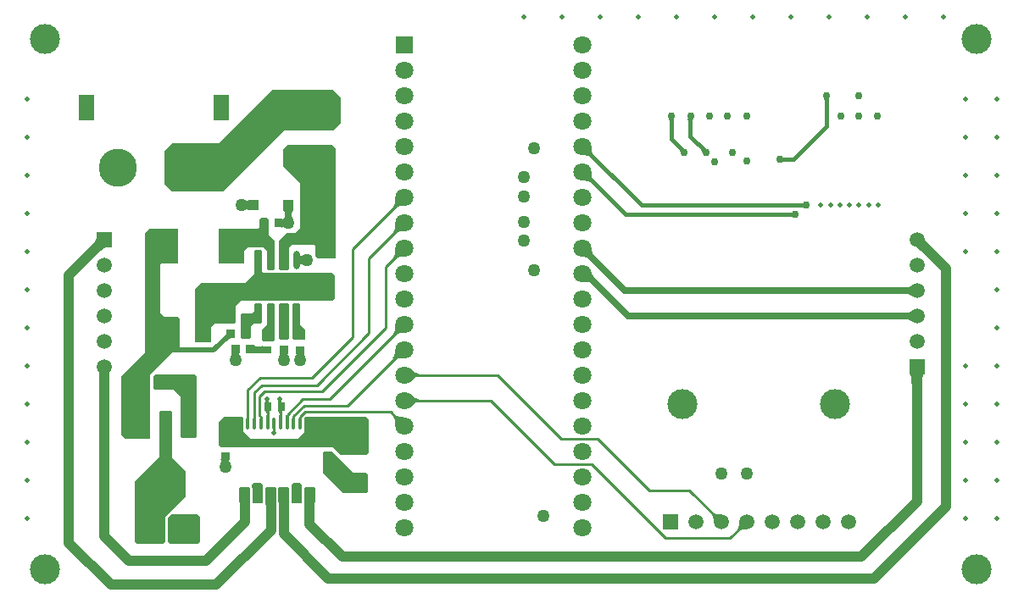
<source format=gtl>
G04*
G04 #@! TF.GenerationSoftware,Altium Limited,Altium Designer,22.11.1 (43)*
G04*
G04 Layer_Physical_Order=1*
G04 Layer_Color=255*
%FSLAX44Y44*%
%MOMM*%
G71*
G04*
G04 #@! TF.SameCoordinates,30CB15ED-5B5F-4030-944F-8374E8F7CEFA*
G04*
G04*
G04 #@! TF.FilePolarity,Positive*
G04*
G01*
G75*
%ADD11C,0.2540*%
%ADD14O,0.3080X1.3240*%
%ADD15R,0.8640X0.8065*%
%ADD16R,0.9000X0.8000*%
%ADD17R,2.3760X1.9000*%
%ADD18R,2.8000X1.1000*%
%ADD19R,1.1000X2.5000*%
%ADD20R,3.6000X2.3400*%
%ADD21R,2.4240X3.4200*%
%ADD22R,0.8065X0.8640*%
%ADD23R,1.4850X1.7280*%
%ADD24R,0.8000X0.9000*%
%ADD25R,3.1000X2.2000*%
%ADD26O,0.6300X1.8650*%
%ADD27R,1.1000X1.0000*%
%ADD28R,1.7280X1.4850*%
%ADD46C,0.6350*%
%ADD47C,1.0160*%
%ADD48C,0.3810*%
%ADD49C,0.5080*%
G04:AMPARAMS|DCode=50|XSize=2mm|YSize=5mm|CornerRadius=0.25mm|HoleSize=0mm|Usage=FLASHONLY|Rotation=90.000|XOffset=0mm|YOffset=0mm|HoleType=Round|Shape=RoundedRectangle|*
%AMROUNDEDRECTD50*
21,1,2.0000,4.5000,0,0,90.0*
21,1,1.5000,5.0000,0,0,90.0*
1,1,0.5000,2.2500,0.7500*
1,1,0.5000,2.2500,-0.7500*
1,1,0.5000,-2.2500,-0.7500*
1,1,0.5000,-2.2500,0.7500*
%
%ADD50ROUNDEDRECTD50*%
%ADD51R,1.5000X1.5000*%
%ADD52C,1.5000*%
%ADD53C,1.8000*%
%ADD54R,1.8009X1.8009*%
%ADD55C,3.8000*%
%ADD56R,1.6000X2.6000*%
%ADD57R,1.5000X1.5000*%
%ADD58C,0.5080*%
%ADD59C,3.0000*%
%ADD60C,0.7620*%
%ADD61C,1.2700*%
%ADD62C,1.0160*%
G36*
X-157498Y304926D02*
X-157627Y304736D01*
X-157742Y304518D01*
X-157841Y304272D01*
X-157924Y304000D01*
X-157993Y303699D01*
X-158046Y303372D01*
X-158084Y303017D01*
X-158115Y302224D01*
X-161925D01*
X-161933Y302634D01*
X-161994Y303372D01*
X-162047Y303699D01*
X-162115Y304000D01*
X-162199Y304272D01*
X-162298Y304518D01*
X-162413Y304736D01*
X-162542Y304926D01*
X-162687Y305089D01*
X-157353D01*
X-157498Y304926D01*
D02*
G37*
G36*
X-312438Y284606D02*
X-312567Y284415D01*
X-312682Y284198D01*
X-312781Y283952D01*
X-312864Y283680D01*
X-312933Y283379D01*
X-312986Y283052D01*
X-313025Y282697D01*
X-313055Y281904D01*
X-316865D01*
X-316873Y282314D01*
X-316934Y283052D01*
X-316987Y283379D01*
X-317055Y283680D01*
X-317139Y283952D01*
X-317238Y284198D01*
X-317353Y284415D01*
X-317482Y284606D01*
X-317627Y284769D01*
X-312293D01*
X-312438Y284606D01*
D02*
G37*
G36*
X-293656Y284418D02*
X-293825Y284273D01*
X-293977Y284098D01*
X-294110Y283895D01*
X-294226Y283661D01*
X-294324Y283399D01*
X-294404Y283107D01*
X-294466Y282786D01*
X-294510Y282435D01*
X-294537Y282056D01*
X-294546Y281646D01*
X-298356Y282283D01*
X-298362Y282696D01*
X-298449Y283770D01*
X-298501Y284073D01*
X-298565Y284348D01*
X-298640Y284596D01*
X-298727Y284817D01*
X-298826Y285010D01*
X-298936Y285175D01*
X-293656Y284418D01*
D02*
G37*
G36*
X-304398Y256771D02*
X-303575Y256076D01*
X-303323Y255900D01*
X-303081Y255752D01*
X-302850Y255632D01*
X-302630Y255540D01*
X-302420Y255475D01*
X-302221Y255439D01*
X-306439Y252173D01*
X-306425Y252395D01*
X-306445Y252626D01*
X-306497Y252865D01*
X-306583Y253111D01*
X-306701Y253366D01*
X-306852Y253629D01*
X-307036Y253901D01*
X-307253Y254180D01*
X-307504Y254467D01*
X-307787Y254763D01*
X-304694Y257058D01*
X-304398Y256771D01*
D02*
G37*
G36*
X-282550Y256513D02*
X-281989Y256025D01*
X-281724Y255824D01*
X-281468Y255651D01*
X-281223Y255506D01*
X-280988Y255390D01*
X-280763Y255301D01*
X-280548Y255242D01*
X-280343Y255210D01*
X-284459Y251817D01*
X-284452Y252039D01*
X-284477Y252270D01*
X-284534Y252508D01*
X-284624Y252755D01*
X-284746Y253010D01*
X-284900Y253273D01*
X-285087Y253544D01*
X-285306Y253823D01*
X-285557Y254110D01*
X-285840Y254406D01*
X-282846Y256800D01*
X-282550Y256513D01*
D02*
G37*
G36*
X-394848Y256526D02*
X-394672Y254361D01*
X-394508Y253390D01*
X-394295Y252493D01*
X-394031Y251670D01*
X-393717Y250921D01*
X-393353Y250246D01*
X-392939Y249645D01*
X-392475Y249119D01*
X-395169Y246425D01*
X-395695Y246889D01*
X-396296Y247303D01*
X-396971Y247667D01*
X-397720Y247981D01*
X-398543Y248245D01*
X-399440Y248458D01*
X-400411Y248622D01*
X-401457Y248735D01*
X-403770Y248810D01*
X-394860Y257720D01*
X-394848Y256526D01*
D02*
G37*
G36*
X-204126Y246832D02*
X-203936Y246703D01*
X-203718Y246588D01*
X-203472Y246489D01*
X-203200Y246406D01*
X-202899Y246337D01*
X-202572Y246284D01*
X-202217Y246245D01*
X-201424Y246215D01*
Y242405D01*
X-201834Y242397D01*
X-202572Y242336D01*
X-202899Y242283D01*
X-203200Y242215D01*
X-203472Y242131D01*
X-203718Y242032D01*
X-203936Y241917D01*
X-204126Y241788D01*
X-204289Y241643D01*
Y246977D01*
X-204126Y246832D01*
D02*
G37*
G36*
X-394848Y231126D02*
X-394672Y228961D01*
X-394508Y227990D01*
X-394295Y227093D01*
X-394031Y226270D01*
X-393717Y225521D01*
X-393353Y224846D01*
X-392939Y224245D01*
X-392475Y223719D01*
X-395169Y221025D01*
X-395695Y221489D01*
X-396296Y221903D01*
X-396971Y222267D01*
X-397720Y222581D01*
X-398543Y222845D01*
X-399440Y223058D01*
X-400411Y223222D01*
X-401457Y223335D01*
X-403770Y223410D01*
X-394860Y232320D01*
X-394848Y231126D01*
D02*
G37*
G36*
X-645160Y306540D02*
Y281140D01*
X-652780Y273520D01*
X-702310D01*
X-763270Y212560D01*
X-814070D01*
X-821690Y220180D01*
Y253200D01*
X-814070Y260820D01*
X-767080D01*
X-713776Y314124D01*
X-652744D01*
X-645160Y306540D01*
D02*
G37*
G36*
X-737829Y202572D02*
X-737641Y202509D01*
X-737146Y202385D01*
X-736605Y202289D01*
X-736016Y202220D01*
X-734698Y202165D01*
X-735162Y195815D01*
X-735847Y195804D01*
X-737081Y195712D01*
X-737630Y195632D01*
X-737829Y195591D01*
Y193620D01*
X-737889Y194037D01*
X-738069Y194410D01*
X-738368Y194740D01*
X-738788Y195025D01*
X-739148Y195186D01*
X-739374Y195081D01*
X-739697Y194886D01*
X-739974Y194668D01*
X-739925Y195446D01*
X-739986Y195464D01*
X-740765Y195618D01*
X-741663Y195727D01*
X-742682Y195793D01*
X-743820Y195815D01*
Y202165D01*
X-742682Y202179D01*
X-739986Y202388D01*
X-739481Y202484D01*
X-739414Y203540D01*
X-739153Y203279D01*
X-738845Y203045D01*
X-738491Y202839D01*
X-738441Y202817D01*
X-738368Y202848D01*
X-738069Y203057D01*
X-737889Y203295D01*
X-737829Y203559D01*
Y202572D01*
D02*
G37*
G36*
X-581750Y198010D02*
X-583109Y198003D01*
X-585530Y197859D01*
X-586592Y197722D01*
X-587554Y197541D01*
X-588418Y197318D01*
X-589182Y197052D01*
X-589847Y196742D01*
X-590414Y196389D01*
X-590881Y195993D01*
X-592677Y197789D01*
X-592281Y198256D01*
X-591928Y198823D01*
X-591618Y199488D01*
X-591352Y200252D01*
X-591129Y201116D01*
X-590948Y202078D01*
X-590812Y203140D01*
X-590667Y205561D01*
X-590660Y206920D01*
X-581750Y198010D01*
D02*
G37*
G36*
X-183061Y195923D02*
X-183224Y196068D01*
X-183414Y196197D01*
X-183632Y196312D01*
X-183878Y196411D01*
X-184151Y196495D01*
X-184451Y196563D01*
X-184778Y196616D01*
X-185133Y196654D01*
X-185926Y196685D01*
Y200495D01*
X-185516Y200503D01*
X-184778Y200564D01*
X-184451Y200617D01*
X-184151Y200686D01*
X-183878Y200769D01*
X-183632Y200868D01*
X-183414Y200983D01*
X-183224Y201112D01*
X-183061Y201257D01*
Y195923D01*
D02*
G37*
G36*
X-193963Y186588D02*
X-194126Y186733D01*
X-194317Y186862D01*
X-194535Y186977D01*
X-194780Y187076D01*
X-195053Y187160D01*
X-195353Y187228D01*
X-195681Y187281D01*
X-196036Y187320D01*
X-196828Y187350D01*
Y191160D01*
X-196418Y191168D01*
X-195681Y191229D01*
X-195353Y191282D01*
X-195053Y191350D01*
X-194780Y191434D01*
X-194535Y191533D01*
X-194317Y191648D01*
X-194126Y191777D01*
X-193963Y191922D01*
Y186588D01*
D02*
G37*
G36*
X-692586Y193557D02*
X-692940Y193367D01*
X-693251Y193049D01*
X-693522Y192605D01*
X-693751Y192033D01*
X-693938Y191334D01*
X-694083Y190509D01*
X-694187Y189557D01*
X-694206Y189031D01*
X-694156Y188422D01*
X-694067Y187876D01*
X-693953Y187376D01*
X-693813Y186922D01*
X-693648Y186513D01*
X-693457Y186149D01*
X-693242Y185832D01*
X-693000Y185560D01*
X-701890D01*
X-701649Y185832D01*
X-701433Y186149D01*
X-701243Y186513D01*
X-701077Y186922D01*
X-700938Y187376D01*
X-700824Y187876D01*
X-700735Y188422D01*
X-700685Y188881D01*
X-700846Y190509D01*
X-701022Y191334D01*
X-701248Y192033D01*
X-701524Y192605D01*
X-701850Y193049D01*
X-702226Y193367D01*
X-702653Y193557D01*
X-703130Y193620D01*
X-692191D01*
X-692586Y193557D01*
D02*
G37*
G36*
X-702037Y184326D02*
X-701754Y184282D01*
X-699976Y184140D01*
X-697690Y184093D01*
Y177743D01*
X-698897Y177729D01*
X-701754Y177518D01*
X-701921Y177488D01*
X-701904Y176504D01*
X-702178Y176739D01*
X-702497Y176950D01*
X-702862Y177136D01*
X-703072Y177218D01*
X-703469Y177056D01*
X-703786Y176845D01*
X-703977Y176607D01*
X-704040Y176341D01*
Y177502D01*
X-704230Y177544D01*
X-704777Y177631D01*
X-705370Y177693D01*
X-706691Y177743D01*
X-706815Y184093D01*
X-706133Y184106D01*
X-704905Y184210D01*
X-704360Y184301D01*
X-704040Y184376D01*
Y185280D01*
X-703977Y185054D01*
X-703786Y184852D01*
X-703469Y184674D01*
X-703287Y184611D01*
X-703001Y184730D01*
X-702639Y184925D01*
X-702324Y185146D01*
X-702055Y185393D01*
X-702037Y184326D01*
D02*
G37*
G36*
X-650240Y255270D02*
Y146520D01*
X-651510Y145250D01*
X-668020D01*
X-670560Y147790D01*
Y157950D01*
X-671830Y159220D01*
X-694690D01*
X-697230Y156680D01*
X-697230Y135090D01*
X-698500Y133820D01*
X-706120Y133820D01*
X-707390Y135090D01*
Y163030D01*
X-699770Y170650D01*
X-690880Y170650D01*
X-685734Y175796D01*
Y220914D01*
X-702486Y237666D01*
Y255094D01*
X-698500Y259080D01*
X-654050D01*
X-650240Y255270D01*
D02*
G37*
G36*
X-581750Y172610D02*
X-583109Y172603D01*
X-585530Y172458D01*
X-586592Y172321D01*
X-587554Y172141D01*
X-588418Y171918D01*
X-589182Y171652D01*
X-589847Y171342D01*
X-590414Y170989D01*
X-590881Y170593D01*
X-592677Y172389D01*
X-592281Y172856D01*
X-591928Y173423D01*
X-591618Y174088D01*
X-591352Y174852D01*
X-591129Y175716D01*
X-590948Y176678D01*
X-590812Y177740D01*
X-590667Y180161D01*
X-590660Y181520D01*
X-581750Y172610D01*
D02*
G37*
G36*
X-874481Y156831D02*
X-875271Y157405D01*
X-876205Y157693D01*
X-877283D01*
X-878504Y157405D01*
X-879869Y156831D01*
X-881378Y155968D01*
X-883030Y154819D01*
X-884826Y153382D01*
X-888849Y149646D01*
X-896034Y156831D01*
X-894022Y158914D01*
X-890861Y162650D01*
X-889712Y164302D01*
X-888849Y165811D01*
X-888275Y167176D01*
X-887987Y168397D01*
Y169475D01*
X-888275Y170409D01*
X-888849Y171199D01*
X-874481Y156831D01*
D02*
G37*
G36*
X-62319Y164148D02*
X-62224Y164012D01*
X-62066Y163818D01*
X-61208Y162881D01*
X-59174Y160809D01*
X-66359Y153624D01*
X-69775Y156800D01*
X-62350Y164225D01*
X-62319Y164148D01*
D02*
G37*
G36*
X-581750Y147210D02*
X-583109Y147203D01*
X-585530Y147058D01*
X-586592Y146922D01*
X-587554Y146741D01*
X-588418Y146518D01*
X-589182Y146252D01*
X-589847Y145942D01*
X-590414Y145589D01*
X-590881Y145193D01*
X-592677Y146989D01*
X-592281Y147456D01*
X-591928Y148023D01*
X-591618Y148688D01*
X-591352Y149452D01*
X-591129Y150316D01*
X-590948Y151278D01*
X-590812Y152340D01*
X-590667Y154761D01*
X-590660Y156120D01*
X-581750Y147210D01*
D02*
G37*
G36*
X-394838Y155258D02*
X-394754Y154422D01*
X-394607Y153613D01*
X-394398Y152830D01*
X-394128Y152073D01*
X-393795Y151342D01*
X-393400Y150638D01*
X-392943Y149959D01*
X-392423Y149307D01*
X-391842Y148682D01*
X-396332Y144192D01*
X-396958Y144773D01*
X-397609Y145293D01*
X-398288Y145750D01*
X-398992Y146145D01*
X-399723Y146478D01*
X-400480Y146749D01*
X-401263Y146957D01*
X-402072Y147104D01*
X-402908Y147188D01*
X-403770Y147210D01*
X-394860Y156120D01*
X-394838Y155258D01*
D02*
G37*
G36*
X-686444Y149801D02*
X-686253Y149262D01*
X-685933Y148786D01*
X-685486Y148374D01*
X-684911Y148025D01*
X-684688Y147935D01*
X-684536Y148013D01*
X-684224Y148220D01*
X-683959Y148452D01*
X-683968Y147676D01*
X-683376Y147518D01*
X-682417Y147359D01*
X-681329Y147264D01*
X-680114Y147233D01*
Y140883D01*
X-681331Y140851D01*
X-682421Y140756D01*
X-683382Y140597D01*
X-684056Y140417D01*
X-684066Y139620D01*
X-684328Y139860D01*
X-684637Y140074D01*
X-684777Y140148D01*
X-684921Y140090D01*
X-685498Y139741D01*
X-685948Y139329D01*
X-686269Y138853D01*
X-686462Y138314D01*
X-686527Y137711D01*
X-686522Y140709D01*
X-686888Y140769D01*
X-687480Y140832D01*
X-688803Y140883D01*
X-688714Y147233D01*
X-688028Y147245D01*
X-686796Y147342D01*
X-686512Y147387D01*
X-686507Y150403D01*
X-686444Y149801D01*
D02*
G37*
G36*
X-717550Y184620D02*
Y169380D01*
X-711200Y163030D01*
X-711200Y135090D01*
X-712470Y133820D01*
X-717550D01*
X-718820Y135090D01*
Y152870D01*
X-722630Y156680D01*
X-737870D01*
X-741680Y152870D01*
X-741680Y141675D01*
X-742522Y140834D01*
X-767080Y140834D01*
Y175074D01*
X-728366D01*
X-726440Y177000D01*
Y184620D01*
X-725170Y185890D01*
X-718820D01*
X-717550Y184620D01*
D02*
G37*
G36*
X-394889Y132107D02*
X-394318Y130499D01*
X-393976Y129735D01*
X-393596Y128999D01*
X-393178Y128289D01*
X-392723Y127607D01*
X-392230Y126952D01*
X-391700Y126325D01*
X-391131Y125724D01*
X-394382Y119994D01*
X-395026Y120588D01*
X-395686Y121096D01*
X-396362Y121520D01*
X-397054Y121859D01*
X-397762Y122114D01*
X-398486Y122283D01*
X-399227Y122368D01*
X-399983Y122368D01*
X-400755Y122283D01*
X-401544Y122113D01*
X-395119Y132952D01*
X-394889Y132107D01*
D02*
G37*
G36*
X-75206Y108250D02*
X-75631Y108644D01*
X-76094Y108997D01*
X-76595Y109308D01*
X-77133Y109578D01*
X-77708Y109806D01*
X-78320Y109993D01*
X-78970Y110138D01*
X-79658Y110242D01*
X-80382Y110304D01*
X-81145Y110325D01*
Y116675D01*
X-80382Y116696D01*
X-79658Y116758D01*
X-78970Y116862D01*
X-78320Y117007D01*
X-77708Y117194D01*
X-77133Y117422D01*
X-76595Y117692D01*
X-76094Y118003D01*
X-75631Y118356D01*
X-75206Y118750D01*
Y108250D01*
D02*
G37*
G36*
X-723676Y99306D02*
Y81974D01*
X-725170Y80480D01*
X-732790D01*
X-735330Y77940D01*
Y66510D01*
X-736600Y65240D01*
X-744220D01*
X-745490Y66510D01*
Y89370D01*
X-744220Y90640D01*
X-734060Y90640D01*
X-731520Y93180D01*
X-731520Y99530D01*
X-730250Y100800D01*
X-725170D01*
X-723676Y99306D01*
D02*
G37*
G36*
X-75206Y82850D02*
X-75631Y83244D01*
X-76094Y83597D01*
X-76595Y83908D01*
X-77133Y84178D01*
X-77708Y84406D01*
X-78320Y84593D01*
X-78970Y84738D01*
X-79658Y84842D01*
X-80382Y84904D01*
X-81145Y84925D01*
Y91275D01*
X-80382Y91296D01*
X-79658Y91358D01*
X-78970Y91462D01*
X-78320Y91607D01*
X-77708Y91794D01*
X-77133Y92022D01*
X-76595Y92292D01*
X-76094Y92603D01*
X-75631Y92956D01*
X-75206Y93350D01*
Y82850D01*
D02*
G37*
G36*
X-581750Y71010D02*
X-583109Y71003D01*
X-585530Y70858D01*
X-586592Y70722D01*
X-587554Y70541D01*
X-588418Y70318D01*
X-589182Y70052D01*
X-589847Y69742D01*
X-590414Y69389D01*
X-590881Y68993D01*
X-592677Y70789D01*
X-592281Y71256D01*
X-591928Y71823D01*
X-591618Y72488D01*
X-591352Y73252D01*
X-591129Y74116D01*
X-590948Y75078D01*
X-590812Y76140D01*
X-590667Y78561D01*
X-590660Y79920D01*
X-581750Y71010D01*
D02*
G37*
G36*
X-752381Y66030D02*
X-752776Y66318D01*
X-753243Y66462D01*
X-753782D01*
X-754393Y66318D01*
X-755075Y66030D01*
X-755830Y65599D01*
X-756656Y65025D01*
X-757554Y64306D01*
X-759566Y62438D01*
X-763158Y66030D01*
X-762152Y67072D01*
X-760571Y68940D01*
X-759997Y69766D01*
X-759566Y70521D01*
X-759278Y71203D01*
X-759135Y71814D01*
Y72353D01*
X-759278Y72819D01*
X-759566Y73215D01*
X-752381Y66030D01*
D02*
G37*
G36*
X-697230Y99530D02*
Y65875D01*
X-698500Y64605D01*
X-706120D01*
X-707390Y65875D01*
Y99530D01*
X-706120Y100800D01*
X-698500D01*
X-697230Y99530D01*
D02*
G37*
G36*
X-685800D02*
Y79210D01*
X-680720Y74130D01*
Y65240D01*
X-681990Y63970D01*
X-692150D01*
X-693420Y65240D01*
X-693420Y80480D01*
Y99530D01*
X-692150Y100800D01*
X-687070D01*
X-685800Y99530D01*
D02*
G37*
G36*
X-711200D02*
Y63970D01*
X-712470Y62700D01*
X-722630D01*
X-723900Y63970D01*
Y74130D01*
X-718820Y79210D01*
Y99530D01*
X-717550Y100800D01*
X-712470D01*
X-711200Y99530D01*
D02*
G37*
G36*
X-723900Y152870D02*
Y132550D01*
X-722630Y131280D01*
X-654050D01*
X-651510Y128740D01*
Y105880D01*
X-654050Y103340D01*
X-745490D01*
X-750570Y98260D01*
Y81750D01*
X-751840Y80480D01*
X-771672D01*
X-774700Y77452D01*
Y62700D01*
X-775970Y61430D01*
X-789940Y61430D01*
X-791210Y62700D01*
Y114770D01*
X-784860Y121120D01*
X-740410D01*
X-731520Y130010D01*
Y152870D01*
X-730250Y154140D01*
X-725170D01*
X-723900Y152870D01*
D02*
G37*
G36*
X-731351Y58975D02*
X-731161Y58623D01*
X-730843Y58312D01*
X-730398Y58042D01*
X-729827Y57814D01*
X-729128Y57627D01*
X-728303Y57482D01*
X-727398Y57383D01*
X-724877Y57571D01*
X-724305Y57692D01*
X-723861Y57836D01*
X-723543Y58002D01*
X-723353Y58189D01*
X-723289Y58399D01*
Y50460D01*
X-723353Y50552D01*
X-723543Y50635D01*
X-723861Y50707D01*
X-724305Y50770D01*
X-725575Y50867D01*
X-727076Y50896D01*
X-731414Y50790D01*
Y59370D01*
X-731351Y58975D01*
D02*
G37*
G36*
X-747352Y52934D02*
X-747339Y52251D01*
X-747239Y51021D01*
X-747202Y50790D01*
X-746482D01*
X-746647Y50727D01*
X-746795Y50536D01*
X-746926Y50219D01*
X-747010Y49885D01*
X-746899Y49519D01*
X-746736Y49110D01*
X-746547Y48745D01*
X-746333Y48427D01*
X-746094Y48155D01*
X-747233Y48162D01*
X-747317Y46726D01*
X-747352Y44440D01*
X-753702D01*
X-753710Y45647D01*
X-753880Y48207D01*
X-754984Y48215D01*
X-754740Y48486D01*
X-754522Y48802D01*
X-754330Y49165D01*
X-754163Y49573D01*
X-754034Y49991D01*
X-754086Y50219D01*
X-754203Y50536D01*
X-754337Y50727D01*
X-754485Y50790D01*
X-753864D01*
X-753817Y51073D01*
X-753753Y51664D01*
X-753702Y52984D01*
X-747352Y52934D01*
D02*
G37*
G36*
X-582648Y45664D02*
X-583942Y45782D01*
X-586262Y45840D01*
X-587289Y45780D01*
X-588226Y45660D01*
X-589074Y45481D01*
X-589833Y45243D01*
X-590502Y44945D01*
X-591083Y44587D01*
X-591574Y44170D01*
X-593188Y46148D01*
X-592820Y46583D01*
X-592477Y47127D01*
X-592159Y47780D01*
X-591866Y48543D01*
X-591597Y49415D01*
X-591353Y50397D01*
X-590939Y52689D01*
X-590624Y55418D01*
X-582648Y45664D01*
D02*
G37*
G36*
X-682612Y52276D02*
X-682511Y51047D01*
X-682422Y50501D01*
X-682412Y50460D01*
X-681330D01*
X-681576Y50397D01*
X-681796Y50206D01*
X-681991Y49889D01*
X-682143Y49486D01*
X-682003Y49137D01*
X-681812Y48774D01*
X-681596Y48457D01*
X-681355Y48185D01*
X-682416D01*
X-682418Y48174D01*
X-682508Y47349D01*
X-682612Y45317D01*
X-682625Y44110D01*
X-688975D01*
X-688988Y45317D01*
X-689182Y48174D01*
X-689184Y48185D01*
X-690245D01*
X-690004Y48457D01*
X-689788Y48774D01*
X-689597Y49137D01*
X-689457Y49486D01*
X-689609Y49889D01*
X-689803Y50206D01*
X-690024Y50397D01*
X-690269Y50460D01*
X-689187D01*
X-689178Y50501D01*
X-689089Y51047D01*
X-689026Y51639D01*
X-688975Y52959D01*
X-682625D01*
X-682612Y52276D01*
D02*
G37*
G36*
X-699122D02*
X-699021Y51047D01*
X-698932Y50501D01*
X-698818Y50001D01*
X-698785Y49894D01*
X-698020D01*
X-698232Y49832D01*
X-698422Y49645D01*
X-698589Y49332D01*
X-698590Y49329D01*
X-698513Y49137D01*
X-698322Y48774D01*
X-698106Y48457D01*
X-697865Y48185D01*
X-698878D01*
X-698957Y47646D01*
X-699090Y45898D01*
X-699135Y43650D01*
X-705485D01*
X-705496Y44837D01*
X-705752Y48185D01*
X-706755D01*
X-706514Y48457D01*
X-706298Y48774D01*
X-706107Y49137D01*
X-706030Y49329D01*
X-706031Y49332D01*
X-706198Y49645D01*
X-706388Y49832D01*
X-706600Y49894D01*
X-705835D01*
X-705803Y50001D01*
X-705688Y50501D01*
X-705599Y51047D01*
X-705536Y51639D01*
X-705485Y52959D01*
X-699135D01*
X-699122Y52276D01*
D02*
G37*
G36*
X-876162Y31867D02*
X-876191Y31704D01*
X-876217Y31454D01*
X-876273Y30186D01*
X-876300Y27282D01*
X-886460D01*
X-886630Y31944D01*
X-876130D01*
X-876162Y31867D01*
D02*
G37*
G36*
X-574266Y34554D02*
X-572453Y32945D01*
X-571605Y32291D01*
X-570797Y31737D01*
X-570028Y31285D01*
X-569299Y30933D01*
X-568610Y30681D01*
X-567960Y30530D01*
X-567350Y30480D01*
Y27940D01*
X-567960Y27890D01*
X-568610Y27739D01*
X-569299Y27487D01*
X-570028Y27135D01*
X-570797Y26683D01*
X-571605Y26129D01*
X-572453Y25475D01*
X-574266Y23866D01*
X-575233Y22910D01*
Y35510D01*
X-574266Y34554D01*
D02*
G37*
G36*
X-62835Y29729D02*
X-63241Y29424D01*
X-63599Y28916D01*
X-63910Y28205D01*
X-64173Y27290D01*
X-64388Y26173D01*
X-64555Y24852D01*
X-64746Y21601D01*
X-64770Y19670D01*
X-74930D01*
X-74954Y21601D01*
X-75312Y26173D01*
X-75527Y27290D01*
X-75790Y28205D01*
X-76101Y28916D01*
X-76459Y29424D01*
X-76866Y29729D01*
X-77319Y29831D01*
X-62380D01*
X-62835Y29729D01*
D02*
G37*
G36*
X-704844Y3453D02*
X-704829Y3266D01*
X-704342D01*
X-704438Y3157D01*
X-704525Y3030D01*
X-704601Y2885D01*
X-704667Y2722D01*
X-704723Y2540D01*
X-704728Y2516D01*
X-704697Y2400D01*
X-704630Y2230D01*
X-704551Y2099D01*
X-704459Y2005D01*
X-704355Y1948D01*
X-704240Y1929D01*
X-704825D01*
X-704830Y1884D01*
X-704850Y1356D01*
X-707390D01*
X-707395Y1629D01*
X-707420Y1929D01*
X-708000D01*
X-707885Y1948D01*
X-707781Y2005D01*
X-707689Y2099D01*
X-707610Y2230D01*
X-707543Y2400D01*
X-707512Y2516D01*
X-707517Y2540D01*
X-707573Y2722D01*
X-707639Y2885D01*
X-707715Y3030D01*
X-707802Y3157D01*
X-707898Y3266D01*
X-707410D01*
X-707390Y3810D01*
X-704850D01*
X-704844Y3453D01*
D02*
G37*
G36*
X-717544D02*
X-717529Y3266D01*
X-717042D01*
X-717139Y3157D01*
X-717225Y3030D01*
X-717301Y2885D01*
X-717367Y2722D01*
X-717423Y2540D01*
X-717428Y2516D01*
X-717397Y2400D01*
X-717330Y2230D01*
X-717251Y2099D01*
X-717159Y2005D01*
X-717056Y1948D01*
X-716939Y1929D01*
X-717525D01*
X-717530Y1884D01*
X-717550Y1356D01*
X-720090D01*
X-720095Y1629D01*
X-720120Y1929D01*
X-720701D01*
X-720584Y1948D01*
X-720481Y2005D01*
X-720389Y2099D01*
X-720310Y2230D01*
X-720243Y2400D01*
X-720212Y2516D01*
X-720217Y2540D01*
X-720273Y2722D01*
X-720339Y2885D01*
X-720415Y3030D01*
X-720501Y3157D01*
X-720598Y3266D01*
X-720110D01*
X-720090Y3810D01*
X-717550D01*
X-717544Y3453D01*
D02*
G37*
G36*
X-574266Y9154D02*
X-572453Y7545D01*
X-571605Y6891D01*
X-570797Y6338D01*
X-570028Y5885D01*
X-569299Y5533D01*
X-568610Y5281D01*
X-567960Y5130D01*
X-567350Y5080D01*
Y2540D01*
X-567960Y2490D01*
X-568610Y2339D01*
X-569299Y2087D01*
X-570028Y1735D01*
X-570797Y1283D01*
X-571605Y729D01*
X-572453Y75D01*
X-574266Y-1534D01*
X-575233Y-2490D01*
Y10110D01*
X-574266Y9154D01*
D02*
G37*
G36*
X-704106Y-5240D02*
X-704119Y-5367D01*
X-704141Y-5846D01*
X-704151Y-6979D01*
X-702899D01*
X-703141Y-7005D01*
X-703356Y-7082D01*
X-703547Y-7210D01*
X-703712Y-7390D01*
X-703852Y-7622D01*
X-703966Y-7904D01*
X-704055Y-8239D01*
X-704118Y-8624D01*
X-704157Y-9061D01*
X-704169Y-9549D01*
X-706709D01*
X-706722Y-9061D01*
X-706760Y-8624D01*
X-706824Y-8239D01*
X-706913Y-7904D01*
X-707027Y-7622D01*
X-707167Y-7390D01*
X-707332Y-7210D01*
X-707522Y-7082D01*
X-707738Y-7005D01*
X-707979Y-6979D01*
X-706751D01*
X-706787Y-5187D01*
X-704091D01*
X-704106Y-5240D01*
D02*
G37*
G36*
X-716112Y-7005D02*
X-716328Y-7082D01*
X-716519Y-7210D01*
X-716684Y-7390D01*
X-716824Y-7622D01*
X-716938Y-7904D01*
X-717027Y-8239D01*
X-717090Y-8624D01*
X-717128Y-9061D01*
X-717141Y-9549D01*
X-719681D01*
X-719694Y-9061D01*
X-719732Y-8624D01*
X-719795Y-8239D01*
X-719884Y-7904D01*
X-719999Y-7622D01*
X-720138Y-7390D01*
X-720303Y-7210D01*
X-720494Y-7082D01*
X-720710Y-7005D01*
X-720951Y-6979D01*
X-715871D01*
X-716112Y-7005D01*
D02*
G37*
G36*
X-697487Y-14120D02*
X-700331D01*
X-700302Y-14052D01*
X-700276Y-13937D01*
X-700253Y-13776D01*
X-700217Y-13314D01*
X-700181Y-11838D01*
X-700179Y-11353D01*
X-697639D01*
X-697487Y-14120D01*
D02*
G37*
G36*
X-704167Y-11792D02*
X-704022Y-14043D01*
X-703987Y-14120D01*
X-706831D01*
X-706808Y-14060D01*
X-706787Y-13953D01*
X-706769Y-13799D01*
X-706740Y-13349D01*
X-706709Y-11398D01*
X-704169Y-11307D01*
X-704167Y-11792D01*
D02*
G37*
G36*
X-716989Y-14120D02*
X-719833D01*
X-719804Y-14052D01*
X-719778Y-13937D01*
X-719755Y-13776D01*
X-719719Y-13314D01*
X-719683Y-11838D01*
X-719681Y-11353D01*
X-717141D01*
X-716989Y-14120D01*
D02*
G37*
G36*
X-729989D02*
X-732833D01*
X-732804Y-14052D01*
X-732778Y-13937D01*
X-732755Y-13776D01*
X-732719Y-13314D01*
X-732682Y-11838D01*
X-732681Y-11353D01*
X-730141D01*
X-729989Y-14120D01*
D02*
G37*
G36*
X-736489D02*
X-739333D01*
X-739304Y-14052D01*
X-739278Y-13937D01*
X-739255Y-13776D01*
X-739219Y-13314D01*
X-739182Y-11838D01*
X-739181Y-11353D01*
X-736641D01*
X-736489Y-14120D01*
D02*
G37*
G36*
X-590414Y-10969D02*
X-589847Y-11322D01*
X-589182Y-11632D01*
X-588418Y-11898D01*
X-587554Y-12121D01*
X-586592Y-12301D01*
X-585530Y-12438D01*
X-583109Y-12583D01*
X-581750Y-12590D01*
X-590660Y-21500D01*
X-590667Y-20141D01*
X-590812Y-17720D01*
X-590948Y-16658D01*
X-591129Y-15696D01*
X-591352Y-14832D01*
X-591618Y-14068D01*
X-591928Y-13403D01*
X-592281Y-12836D01*
X-592677Y-12369D01*
X-590881Y-10573D01*
X-590414Y-10969D01*
D02*
G37*
G36*
X-710626Y-25458D02*
X-710487D01*
X-710513Y-25523D01*
X-710537Y-25635D01*
X-710558Y-25794D01*
X-710584Y-26136D01*
X-710581Y-26166D01*
X-710545Y-26384D01*
X-710499Y-26584D01*
X-710443Y-26766D01*
X-710377Y-26929D01*
X-710300Y-27074D01*
X-710213Y-27201D01*
X-710116Y-27310D01*
X-710611Y-27312D01*
X-710627Y-28208D01*
X-713167Y-28242D01*
X-713169Y-27757D01*
X-713194Y-27323D01*
X-713672Y-27325D01*
X-713576Y-27217D01*
X-713490Y-27089D01*
X-713415Y-26944D01*
X-713349Y-26780D01*
X-713293Y-26598D01*
X-713249Y-26400D01*
X-713300Y-25530D01*
X-713331Y-25458D01*
X-713169D01*
X-713167Y-25414D01*
X-710627Y-25401D01*
X-710626Y-25458D01*
D02*
G37*
G36*
X-790609Y29216D02*
X-788830Y27436D01*
Y-32410D01*
X-790237Y-33817D01*
X-803773D01*
X-805180Y-32410D01*
Y7620D01*
X-812136Y14576D01*
X-830667D01*
X-832010Y15919D01*
Y27773D01*
X-830567Y29216D01*
X-790609Y29216D01*
D02*
G37*
G36*
X-617220Y-15240D02*
Y-48260D01*
X-619760Y-50800D01*
X-645160Y-50800D01*
X-652780Y-43180D01*
X-764540Y-43180D01*
X-767080Y-40640D01*
Y-17780D01*
X-762000Y-12700D01*
X-743609D01*
X-742394Y-13916D01*
Y-27226D01*
X-735330Y-34290D01*
X-688340Y-34290D01*
X-681990Y-27940D01*
X-681990Y-13970D01*
X-680720Y-12700D01*
X-619760Y-12700D01*
X-617220Y-15240D01*
D02*
G37*
G36*
X-807720Y140887D02*
X-824258D01*
X-825451Y139694D01*
X-825451Y90591D01*
X-821690Y86830D01*
X-807720Y86830D01*
X-806450Y85560D01*
Y53810D01*
X-808990Y51270D01*
X-813393D01*
X-835660Y29004D01*
Y-33551D01*
X-836930Y-34821D01*
X-860858Y-34822D01*
X-864870Y-30810D01*
Y27206D01*
X-840740Y51270D01*
D01*
Y170650D01*
X-836349Y175041D01*
X-807720Y175042D01*
Y140887D01*
D02*
G37*
G36*
X-757542Y-53604D02*
X-757441Y-54833D01*
X-757352Y-55379D01*
X-757343Y-55420D01*
X-756261D01*
X-756506Y-55483D01*
X-756727Y-55674D01*
X-756921Y-55991D01*
X-757073Y-56394D01*
X-756933Y-56743D01*
X-756742Y-57106D01*
X-756526Y-57423D01*
X-756285Y-57695D01*
X-757346D01*
X-757348Y-57706D01*
X-757439Y-58531D01*
X-757542Y-60563D01*
X-757555Y-61770D01*
X-763905D01*
X-763918Y-60563D01*
X-764112Y-57706D01*
X-764114Y-57695D01*
X-765175D01*
X-764934Y-57423D01*
X-764718Y-57106D01*
X-764527Y-56743D01*
X-764387Y-56394D01*
X-764539Y-55991D01*
X-764734Y-55674D01*
X-764954Y-55483D01*
X-765200Y-55420D01*
X-764118D01*
X-764108Y-55379D01*
X-764019Y-54833D01*
X-763956Y-54241D01*
X-763905Y-52921D01*
X-757555D01*
X-757542Y-53604D01*
D02*
G37*
G36*
X-632460Y-68580D02*
X-619760D01*
X-618490Y-69850D01*
Y-87630D01*
X-619760Y-88900D01*
X-642620D01*
X-662940Y-68580D01*
Y-48260D01*
X-661670Y-46990D01*
X-654050D01*
X-632460Y-68580D01*
D02*
G37*
G36*
X-670463Y-84568D02*
X-670463Y-97693D01*
X-671830Y-99060D01*
X-680406D01*
X-681774Y-97693D01*
X-681760Y-84435D01*
X-680623Y-83298D01*
X-671733D01*
X-670463Y-84568D01*
D02*
G37*
G36*
X-696462D02*
X-696462Y-97693D01*
X-697829Y-99060D01*
X-706406D01*
X-707773Y-97693D01*
X-707760Y-84435D01*
X-706622Y-83298D01*
X-697732D01*
X-696462Y-84568D01*
D02*
G37*
G36*
X-709793Y-84239D02*
X-709831Y-84433D01*
Y-84435D01*
X-709831Y-84435D01*
X-709831Y-84435D01*
X-709845Y-97691D01*
X-709845Y-97691D01*
X-709845Y-97693D01*
X-709782Y-98010D01*
X-710832Y-99060D01*
X-719408D01*
X-720775Y-97693D01*
X-720762Y-84435D01*
X-719624Y-83298D01*
X-710734D01*
X-709793Y-84239D01*
D02*
G37*
G36*
X-735464Y-84568D02*
X-735464Y-97693D01*
X-736831Y-99060D01*
X-745407D01*
X-746775Y-97693D01*
X-746761Y-84435D01*
X-745624Y-83298D01*
X-736734D01*
X-735464Y-84568D01*
D02*
G37*
G36*
X-683768Y-80772D02*
Y-84113D01*
X-683832Y-84433D01*
Y-84435D01*
X-683832Y-84435D01*
X-683832Y-84435D01*
X-683846Y-97691D01*
X-683845Y-97691D01*
X-683846Y-97693D01*
X-683817Y-97838D01*
X-685038Y-99060D01*
X-693420Y-99060D01*
X-694456Y-98024D01*
X-694390Y-97693D01*
X-694390Y-97692D01*
X-694390Y-84568D01*
X-694390Y-84568D01*
X-694548Y-83775D01*
X-694690Y-83562D01*
Y-80772D01*
X-692404Y-78486D01*
X-686054Y-78486D01*
X-683768Y-80772D01*
D02*
G37*
G36*
X-722770D02*
Y-84113D01*
X-722834Y-84433D01*
Y-84435D01*
X-722834Y-84435D01*
X-722834Y-84435D01*
X-722847Y-97691D01*
X-722847Y-97691D01*
X-722847Y-97693D01*
X-722818Y-97838D01*
X-724040Y-99060D01*
X-732422Y-99060D01*
X-733458Y-98024D01*
X-733392Y-97693D01*
X-733392Y-97692D01*
X-733392Y-84568D01*
X-733392Y-84568D01*
X-733550Y-83775D01*
X-733692Y-83562D01*
Y-80772D01*
X-731406Y-78486D01*
X-725056Y-78486D01*
X-722770Y-80772D01*
D02*
G37*
G36*
X-272531Y-108687D02*
X-272047Y-109002D01*
X-271489Y-109278D01*
X-270857Y-109517D01*
X-270150Y-109717D01*
X-269370Y-109878D01*
X-268515Y-110001D01*
X-266583Y-110132D01*
X-265505Y-110140D01*
X-272930Y-117565D01*
X-272938Y-116488D01*
X-273069Y-114555D01*
X-273192Y-113700D01*
X-273354Y-112920D01*
X-273553Y-112213D01*
X-273792Y-111581D01*
X-274068Y-111023D01*
X-274383Y-110539D01*
X-274737Y-110129D01*
X-272941Y-108333D01*
X-272531Y-108687D01*
D02*
G37*
G36*
X-240105Y-125140D02*
X-241182Y-125148D01*
X-243115Y-125279D01*
X-243970Y-125402D01*
X-244750Y-125563D01*
X-245457Y-125763D01*
X-246089Y-126002D01*
X-246647Y-126278D01*
X-247131Y-126593D01*
X-247541Y-126947D01*
X-249337Y-125151D01*
X-248983Y-124741D01*
X-248668Y-124257D01*
X-248392Y-123699D01*
X-248153Y-123067D01*
X-247953Y-122360D01*
X-247792Y-121580D01*
X-247669Y-120725D01*
X-247538Y-118792D01*
X-247530Y-117715D01*
X-240105Y-125140D01*
D02*
G37*
G36*
X-785970Y-112720D02*
Y-136850D01*
X-788510Y-139390D01*
X-815180D01*
X-817720Y-136850D01*
Y-113110D01*
X-814790Y-110180D01*
X-788510D01*
X-785970Y-112720D01*
D02*
G37*
G36*
X-813910Y-7780D02*
Y-53500D01*
X-799940Y-67470D01*
X-799940Y-92400D01*
X-820260Y-112720D01*
Y-136850D01*
X-822800Y-139390D01*
X-848200D01*
X-850740Y-136850D01*
Y-77310D01*
X-826610Y-53180D01*
Y-7922D01*
X-825038Y-6350D01*
X-815340D01*
X-813910Y-7780D01*
D02*
G37*
D11*
X-725736Y26670D02*
X-674370D01*
X-737911Y-19789D02*
Y14495D01*
X-725736Y26670D01*
X-724141Y19050D02*
X-669290D01*
X-731411Y11780D02*
X-724141Y19050D01*
X-731411Y-19789D02*
Y11780D01*
X-726326Y-11544D02*
Y7772D01*
X-721397Y12700D02*
X-664210D01*
X-726326Y7772D02*
X-721397Y12700D01*
X-726326Y-11544D02*
X-725014Y-12856D01*
Y-19686D02*
Y-12856D01*
X-698909Y-10879D02*
X-682950Y5080D01*
X-656590D01*
X-698909Y-19789D02*
Y-10879D01*
X-692409Y-19789D02*
Y-12160D01*
X-681519Y-1270D02*
X-638810D01*
X-692409Y-12160D02*
X-681519Y-1270D01*
X-685806Y-19686D02*
Y-12851D01*
X-680575Y-7620D02*
X-595630D01*
X-685806Y-12851D02*
X-680575Y-7620D01*
X-674370Y26670D02*
X-633730Y67310D01*
X-617220Y146050D02*
X-581660Y181610D01*
X-617220Y71120D02*
Y146050D01*
X-669290Y19050D02*
X-617220Y71120D01*
X-656590Y5080D02*
X-581660Y80010D01*
X-711897Y-29120D02*
Y-19800D01*
Y-29120D02*
X-711886Y-29132D01*
X-711909Y-19789D02*
X-711897Y-19800D01*
X-600710Y76200D02*
Y137160D01*
X-664210Y12700D02*
X-600710Y76200D01*
X-633730Y67310D02*
Y154940D01*
X-600710Y137160D02*
X-581660Y156210D01*
X-633730Y154940D02*
X-581770Y206900D01*
X-638810Y-1270D02*
X-582930Y54610D01*
X-581660D01*
X-595630Y-7620D02*
X-581660Y-21590D01*
X-725014Y-19686D02*
X-724911Y-19789D01*
X-685909D02*
X-685806Y-19686D01*
X-585648Y3810D02*
X-495300D01*
X-431800Y-59690D01*
X-402590D01*
X-488480Y29210D02*
X-424980Y-34290D01*
X-581660Y29210D02*
X-488480D01*
X-388620Y-34290D02*
X-336733Y-86177D01*
X-296893D01*
X-424980Y-34290D02*
X-388620D01*
X-394970Y-59690D02*
X-320510Y-134150D01*
X-402590Y-59690D02*
X-394970D01*
X-402590Y-59690D02*
X-402590Y-59690D01*
X-320510Y-134150D02*
X-256540D01*
X-296149Y-86921D02*
X-265430Y-117640D01*
X-296893Y-86177D02*
X-296149Y-86921D01*
X-706120Y-3160D02*
Y3810D01*
Y-3160D02*
X-705470Y-3810D01*
X-719470D02*
X-718820Y-3160D01*
Y3810D01*
X-705439Y-19759D02*
Y-3841D01*
X-719470Y-3810D02*
X-718411Y-4869D01*
Y-19789D02*
Y-4869D01*
X-256540Y-134150D02*
X-240030Y-117640D01*
D14*
X-744410Y-91031D02*
D03*
X-737911D02*
D03*
X-731411D02*
D03*
X-724911D02*
D03*
X-718411D02*
D03*
X-711909D02*
D03*
X-705409D02*
D03*
X-698909D02*
D03*
X-692409D02*
D03*
X-685909D02*
D03*
X-679409D02*
D03*
X-672909D02*
D03*
X-744410Y-19789D02*
D03*
X-737911D02*
D03*
X-731411D02*
D03*
X-724911D02*
D03*
X-718411D02*
D03*
X-711909D02*
D03*
X-705409D02*
D03*
X-698909D02*
D03*
X-692409D02*
D03*
X-685909D02*
D03*
X-679409D02*
D03*
X-672909D02*
D03*
D15*
X-702310Y53896D02*
D03*
Y68964D02*
D03*
D16*
X-657860Y-51450D02*
D03*
Y-37450D02*
D03*
X-760730D02*
D03*
Y-51450D02*
D03*
X-718820Y54430D02*
D03*
Y68430D02*
D03*
X-685800Y54430D02*
D03*
Y68430D02*
D03*
D17*
X-631190Y-78677D02*
D03*
Y-40704D02*
D03*
D18*
X-802383Y-119070D02*
D03*
X-835596D02*
D03*
X-849726Y21590D02*
D03*
X-816514D02*
D03*
D19*
X-797420Y-21100D02*
D03*
X-820420D02*
D03*
X-843420D02*
D03*
D20*
X-820420Y-80500D02*
D03*
D21*
X-820181Y157950D02*
D03*
X-754619D02*
D03*
D22*
X-740496Y70320D02*
D03*
X-755564D02*
D03*
X-735416Y55080D02*
D03*
X-750484D02*
D03*
X-740496Y85560D02*
D03*
X-755564D02*
D03*
D23*
X-782904Y76670D02*
D03*
X-814756D02*
D03*
D24*
X-704200Y-2540D02*
D03*
X-718200D02*
D03*
X-722010Y180810D02*
D03*
X-708010D02*
D03*
D25*
X-708660Y117310D02*
D03*
D26*
X-689610Y144135D02*
D03*
X-702310D02*
D03*
X-715010D02*
D03*
X-727710D02*
D03*
X-689610Y90485D02*
D03*
X-702310D02*
D03*
X-715010D02*
D03*
X-727710D02*
D03*
D27*
X-732359Y198590D02*
D03*
X-697661D02*
D03*
D28*
X-660400Y121704D02*
D03*
Y153556D02*
D03*
D46*
X-760730Y-62230D02*
Y-51450D01*
X-361150Y113500D02*
X-69850D01*
X-403860Y156210D02*
X-361150Y113500D01*
X-400708Y130810D02*
X-357998Y88100D01*
X-69850D01*
X-403860Y130810D02*
X-400708D01*
X-732759Y198990D02*
X-732359Y198590D01*
X-743820Y198990D02*
X-732759D01*
X-744220Y199390D02*
X-743820Y198990D01*
X-733280Y54120D02*
X-719130D01*
X-750570Y43650D02*
X-750527Y43693D01*
Y55037D01*
X-750484Y55080D01*
X-719130Y54120D02*
X-718820Y54430D01*
X-702310Y43650D02*
Y53896D01*
X-685800Y43650D02*
Y54430D01*
X-708010Y180810D02*
X-707902Y180918D01*
X-697553D01*
X-697661Y198590D02*
X-697445Y198375D01*
X-697553Y180918D02*
X-697445Y181025D01*
Y198375D01*
X-689610Y144082D02*
Y144135D01*
Y144082D02*
X-689585Y144058D01*
X-679528D01*
X-679450Y143980D01*
D47*
X-657860Y-173990D02*
X-112230D01*
X-40640Y-102400D01*
X-702118Y-129732D02*
X-657860Y-173990D01*
X-676118Y-120172D02*
X-643890Y-152400D01*
X-124930D01*
X-69850Y-97320D01*
X-702118Y-129732D02*
Y-99060D01*
X-676118Y-120172D02*
Y-99060D01*
X-875030Y-180340D02*
X-769620D01*
X-916940Y-138430D02*
X-875030Y-180340D01*
X-769620D02*
X-715010Y-125730D01*
X-916940Y-138430D02*
Y128740D01*
X-715010Y-125730D02*
Y-99170D01*
X-881380Y-132080D02*
X-857250Y-156210D01*
X-779780D01*
X-741119Y-117549D01*
X-881380Y-132080D02*
Y37300D01*
X-741119Y-117549D02*
Y-99060D01*
X-40640Y-102400D02*
Y135090D01*
X-715120Y-99060D02*
X-715010Y-99170D01*
X-916940Y128740D02*
X-881380Y164300D01*
X-69850Y-97320D02*
Y37300D01*
Y164300D02*
X-40640Y135090D01*
D48*
X-360705Y189255D02*
X-191242D01*
X-406827Y235377D02*
X-360705Y189255D01*
X-344640Y198590D02*
X-180340D01*
X-403860Y257810D02*
X-344640Y198590D01*
X-705470Y-3810D02*
X-705439Y-3841D01*
X-314960Y264630D02*
Y287490D01*
Y264630D02*
X-302664Y252334D01*
Y251654D02*
Y252334D01*
X-296451Y267711D02*
Y286949D01*
X-295910Y287490D01*
X-296451Y267711D02*
X-280670Y251930D01*
Y251415D02*
Y251930D01*
X-207010Y244310D02*
X-193040D01*
X-160020Y277330D01*
Y307810D01*
D49*
X-810260Y55080D02*
X-808992Y53812D01*
X-771784D01*
X-755564Y70032D01*
Y70320D01*
D50*
X-675640Y246110D02*
D03*
Y295110D02*
D03*
D51*
X-316230Y-117640D02*
D03*
D52*
X-138430D02*
D03*
X-163830D02*
D03*
X-189230D02*
D03*
X-214630D02*
D03*
X-240030D02*
D03*
X-265430D02*
D03*
X-290830D02*
D03*
X-881380Y138900D02*
D03*
Y113500D02*
D03*
Y88100D02*
D03*
Y62700D02*
D03*
Y37300D02*
D03*
X-69850Y62700D02*
D03*
Y88100D02*
D03*
Y113500D02*
D03*
Y138900D02*
D03*
Y164300D02*
D03*
D53*
X-581660Y-123190D02*
D03*
Y-97790D02*
D03*
Y-72390D02*
D03*
Y-46990D02*
D03*
Y-21590D02*
D03*
Y3810D02*
D03*
Y29210D02*
D03*
Y54610D02*
D03*
Y80010D02*
D03*
Y105410D02*
D03*
Y130810D02*
D03*
Y156210D02*
D03*
Y181610D02*
D03*
Y207010D02*
D03*
Y232410D02*
D03*
Y257810D02*
D03*
Y283210D02*
D03*
Y308610D02*
D03*
Y334010D02*
D03*
X-403860Y-97790D02*
D03*
Y-72390D02*
D03*
Y-46990D02*
D03*
Y-21590D02*
D03*
Y3810D02*
D03*
Y29210D02*
D03*
Y54610D02*
D03*
Y80010D02*
D03*
Y105410D02*
D03*
Y130810D02*
D03*
Y156210D02*
D03*
Y181610D02*
D03*
Y207010D02*
D03*
Y232410D02*
D03*
Y257810D02*
D03*
Y283210D02*
D03*
Y308610D02*
D03*
Y334010D02*
D03*
Y-123190D02*
D03*
Y359410D02*
D03*
D54*
X-581660D02*
D03*
D55*
X-868040Y236380D02*
D03*
X-796040D02*
D03*
D56*
X-899540Y296380D02*
D03*
X-764540D02*
D03*
D57*
X-881380Y164300D02*
D03*
X-69850Y37300D02*
D03*
D58*
X-157480Y387350D02*
D03*
X-119380D02*
D03*
X-81280D02*
D03*
X-43180D02*
D03*
X-386080D02*
D03*
X-347980D02*
D03*
X-462280D02*
D03*
X-424180D02*
D03*
X-271780D02*
D03*
X-233680D02*
D03*
X-195580D02*
D03*
X-309880D02*
D03*
X-958650Y90D02*
D03*
Y-38010D02*
D03*
Y-76110D02*
D03*
Y-114210D02*
D03*
Y228690D02*
D03*
Y190590D02*
D03*
Y304890D02*
D03*
Y266790D02*
D03*
Y114390D02*
D03*
Y76290D02*
D03*
Y38190D02*
D03*
Y152490D02*
D03*
X-21590Y0D02*
D03*
Y-38100D02*
D03*
Y-76200D02*
D03*
Y-114300D02*
D03*
Y228600D02*
D03*
Y190500D02*
D03*
Y304800D02*
D03*
Y266700D02*
D03*
Y38100D02*
D03*
Y152400D02*
D03*
X10160D02*
D03*
Y38100D02*
D03*
Y76200D02*
D03*
Y114300D02*
D03*
Y266700D02*
D03*
Y304800D02*
D03*
Y190500D02*
D03*
Y228600D02*
D03*
Y-114300D02*
D03*
Y-76200D02*
D03*
Y-38100D02*
D03*
Y0D02*
D03*
X-711886Y-29132D02*
D03*
X-706120Y5080D02*
D03*
X-718820D02*
D03*
X-691896Y-81788D02*
D03*
X-686562D02*
D03*
X-730898D02*
D03*
X-725564D02*
D03*
X-805020Y-129230D02*
D03*
X-797400D02*
D03*
X-805020Y-135580D02*
D03*
X-789780Y-129230D02*
D03*
X-797400Y-135580D02*
D03*
X-789780D02*
D03*
X-846930Y-129230D02*
D03*
Y-135580D02*
D03*
X-835660Y55080D02*
D03*
Y61430D02*
D03*
X-829310Y55080D02*
D03*
X-839310Y-129230D02*
D03*
Y-135580D02*
D03*
X-822960Y55080D02*
D03*
Y61430D02*
D03*
X-831690Y-129230D02*
D03*
Y-135580D02*
D03*
X-816610Y55080D02*
D03*
Y61430D02*
D03*
X-824070Y-135580D02*
D03*
X-812640D02*
D03*
X-824070Y-129230D02*
D03*
X-812640D02*
D03*
X-798830Y10160D02*
D03*
X-792480D02*
D03*
X-798830Y17780D02*
D03*
X-792480D02*
D03*
X-798830Y25400D02*
D03*
X-792480D02*
D03*
X-810260Y55080D02*
D03*
Y61430D02*
D03*
X-829310D02*
D03*
X-788539Y64168D02*
D03*
X-782908Y64115D02*
D03*
X-720090Y108420D02*
D03*
X-708660D02*
D03*
X-697230D02*
D03*
X-720090Y117310D02*
D03*
X-708660D02*
D03*
X-697230D02*
D03*
X-720090Y126200D02*
D03*
X-708660D02*
D03*
X-697230D02*
D03*
X-137160Y198590D02*
D03*
X-127635D02*
D03*
X-108585D02*
D03*
X-165735D02*
D03*
X-156210D02*
D03*
X-118110D02*
D03*
X-146685D02*
D03*
X-777277Y64090D02*
D03*
D59*
X-303676Y108D02*
D03*
X-151746D02*
D03*
X-940360Y-165190D02*
D03*
Y364810D02*
D03*
X-10360Y-165190D02*
D03*
Y364810D02*
D03*
D60*
X-648970Y-74930D02*
D03*
X-646430Y-62230D02*
D03*
X-657860D02*
D03*
X-191242Y189255D02*
D03*
X-314960Y287490D02*
D03*
X-302664Y251654D02*
D03*
X-295910Y287490D02*
D03*
X-280670Y251415D02*
D03*
X-276860Y287490D02*
D03*
X-271780Y242031D02*
D03*
X-259080Y287490D02*
D03*
X-254239Y251138D02*
D03*
X-180340Y198590D02*
D03*
X-240030Y243040D02*
D03*
X-207010Y244310D02*
D03*
X-240030Y287490D02*
D03*
X-109220D02*
D03*
X-146050D02*
D03*
X-128270D02*
D03*
X-160020Y307810D02*
D03*
X-128270D02*
D03*
D61*
X-760730Y-62230D02*
D03*
X-744220Y199390D02*
D03*
X-462280Y163030D02*
D03*
Y182080D02*
D03*
X-452120Y133820D02*
D03*
X-750570Y43650D02*
D03*
X-702310D02*
D03*
X-685800D02*
D03*
X-697445Y181025D02*
D03*
X-462280Y207480D02*
D03*
X-442935Y-112085D02*
D03*
X-265430Y-69380D02*
D03*
X-240030D02*
D03*
X-462280Y226530D02*
D03*
X-452120Y255740D02*
D03*
X-679450Y143980D02*
D03*
D62*
X-651510Y-26670D02*
D03*
Y-17780D02*
D03*
X-633730D02*
D03*
X-624840D02*
D03*
X-642620D02*
D03*
X-624840Y-26670D02*
D03*
X-633730D02*
D03*
X-642620D02*
D03*
M02*

</source>
